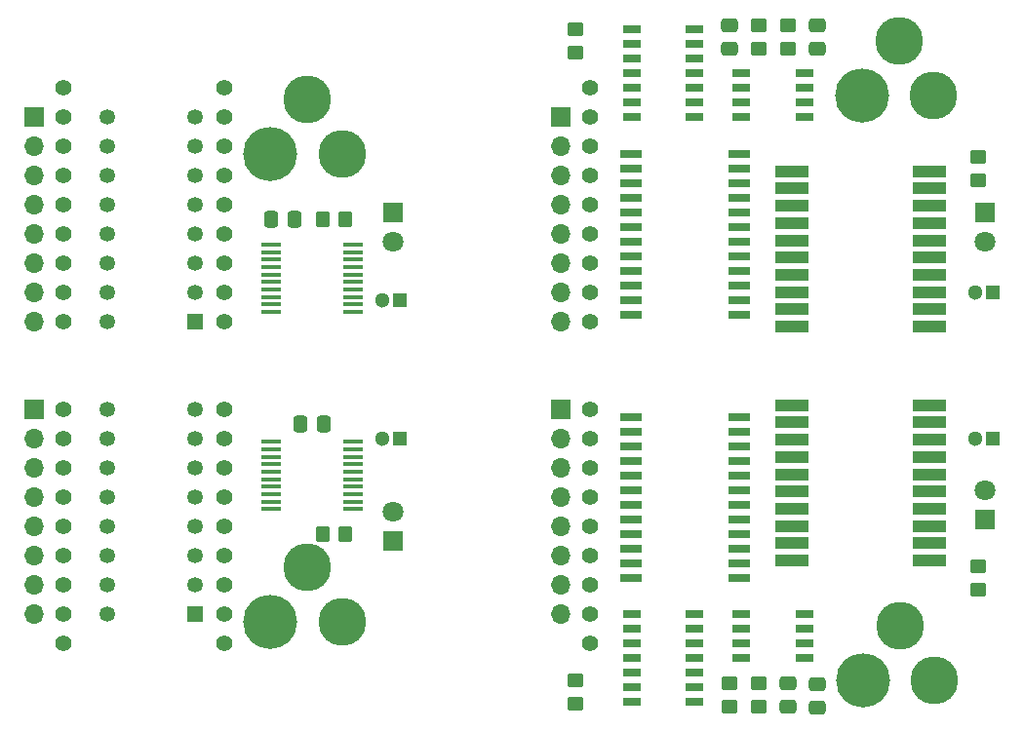
<source format=gbr>
%TF.GenerationSoftware,KiCad,Pcbnew,(6.0.5)*%
%TF.CreationDate,2022-07-10T20:25:24+02:00*%
%TF.ProjectId,Bus Tester,42757320-5465-4737-9465-722e6b696361,rev?*%
%TF.SameCoordinates,Original*%
%TF.FileFunction,Soldermask,Top*%
%TF.FilePolarity,Negative*%
%FSLAX46Y46*%
G04 Gerber Fmt 4.6, Leading zero omitted, Abs format (unit mm)*
G04 Created by KiCad (PCBNEW (6.0.5)) date 2022-07-10 20:25:24*
%MOMM*%
%LPD*%
G01*
G04 APERTURE LIST*
G04 Aperture macros list*
%AMRoundRect*
0 Rectangle with rounded corners*
0 $1 Rounding radius*
0 $2 $3 $4 $5 $6 $7 $8 $9 X,Y pos of 4 corners*
0 Add a 4 corners polygon primitive as box body*
4,1,4,$2,$3,$4,$5,$6,$7,$8,$9,$2,$3,0*
0 Add four circle primitives for the rounded corners*
1,1,$1+$1,$2,$3*
1,1,$1+$1,$4,$5*
1,1,$1+$1,$6,$7*
1,1,$1+$1,$8,$9*
0 Add four rect primitives between the rounded corners*
20,1,$1+$1,$2,$3,$4,$5,0*
20,1,$1+$1,$4,$5,$6,$7,0*
20,1,$1+$1,$6,$7,$8,$9,0*
20,1,$1+$1,$8,$9,$2,$3,0*%
G04 Aperture macros list end*
%ADD10R,1.925000X0.650000*%
%ADD11R,1.700000X1.700000*%
%ADD12O,1.700000X1.700000*%
%ADD13C,1.400000*%
%ADD14RoundRect,0.250000X0.450000X-0.350000X0.450000X0.350000X-0.450000X0.350000X-0.450000X-0.350000X0*%
%ADD15RoundRect,0.250000X-0.450000X0.350000X-0.450000X-0.350000X0.450000X-0.350000X0.450000X0.350000X0*%
%ADD16C,4.700000*%
%ADD17C,4.150000*%
%ADD18R,1.550000X0.650000*%
%ADD19R,3.000000X1.000000*%
%ADD20R,1.800000X1.800000*%
%ADD21C,1.800000*%
%ADD22RoundRect,0.250000X-0.475000X0.337500X-0.475000X-0.337500X0.475000X-0.337500X0.475000X0.337500X0*%
%ADD23R,1.300000X1.300000*%
%ADD24C,1.300000*%
%ADD25RoundRect,0.250000X0.350000X0.450000X-0.350000X0.450000X-0.350000X-0.450000X0.350000X-0.450000X0*%
%ADD26C,1.350000*%
%ADD27R,1.350000X1.350000*%
%ADD28RoundRect,0.250000X0.337500X0.475000X-0.337500X0.475000X-0.337500X-0.475000X0.337500X-0.475000X0*%
%ADD29R,1.800000X0.450000*%
%ADD30RoundRect,0.250000X0.475000X-0.337500X0.475000X0.337500X-0.475000X0.337500X-0.475000X-0.337500X0*%
G04 APERTURE END LIST*
D10*
%TO.C,IC6*%
X72123000Y-53975000D03*
X72123000Y-55245000D03*
X72123000Y-56515000D03*
X72123000Y-57785000D03*
X72123000Y-59055000D03*
X72123000Y-60325000D03*
X72123000Y-61595000D03*
X72123000Y-62865000D03*
X72123000Y-64135000D03*
X72123000Y-65405000D03*
X72123000Y-66675000D03*
X72123000Y-67945000D03*
X81547000Y-67945000D03*
X81547000Y-66675000D03*
X81547000Y-65405000D03*
X81547000Y-64135000D03*
X81547000Y-62865000D03*
X81547000Y-61595000D03*
X81547000Y-60325000D03*
X81547000Y-59055000D03*
X81547000Y-57785000D03*
X81547000Y-56515000D03*
X81547000Y-55245000D03*
X81547000Y-53975000D03*
%TD*%
%TO.C,IC5*%
X72123000Y-31115000D03*
X72123000Y-32385000D03*
X72123000Y-33655000D03*
X72123000Y-34925000D03*
X72123000Y-36195000D03*
X72123000Y-37465000D03*
X72123000Y-38735000D03*
X72123000Y-40005000D03*
X72123000Y-41275000D03*
X72123000Y-42545000D03*
X72123000Y-43815000D03*
X72123000Y-45085000D03*
X81547000Y-45085000D03*
X81547000Y-43815000D03*
X81547000Y-42545000D03*
X81547000Y-41275000D03*
X81547000Y-40005000D03*
X81547000Y-38735000D03*
X81547000Y-37465000D03*
X81547000Y-36195000D03*
X81547000Y-34925000D03*
X81547000Y-33655000D03*
X81547000Y-32385000D03*
X81547000Y-31115000D03*
%TD*%
D11*
%TO.C,J7*%
X66040000Y-53340000D03*
D12*
X66040000Y-55880000D03*
X66040000Y-58420000D03*
X66040000Y-60960000D03*
X66040000Y-63500000D03*
X66040000Y-66040000D03*
X66040000Y-68580000D03*
X66040000Y-71120000D03*
%TD*%
D13*
%TO.C,RN10*%
X68580000Y-53340000D03*
X68580000Y-55880000D03*
X68580000Y-58420000D03*
X68580000Y-60960000D03*
X68580000Y-63500000D03*
X68580000Y-66040000D03*
X68580000Y-68580000D03*
X68580000Y-71120000D03*
X68580000Y-73660000D03*
%TD*%
D14*
%TO.C,R10*%
X80645000Y-79105000D03*
X80645000Y-77105000D03*
%TD*%
D15*
%TO.C,R9*%
X83185000Y-77105000D03*
X83185000Y-79105000D03*
%TD*%
%TO.C,R8*%
X102235000Y-66945000D03*
X102235000Y-68945000D03*
%TD*%
%TO.C,R7*%
X67310000Y-76835000D03*
X67310000Y-78835000D03*
%TD*%
D16*
%TO.C,J8*%
X92278200Y-76835000D03*
D17*
X95478200Y-72135000D03*
X98478200Y-76835000D03*
%TD*%
D18*
%TO.C,IC8*%
X72205000Y-71120000D03*
X72205000Y-72390000D03*
X72205000Y-73660000D03*
X72205000Y-74930000D03*
X72205000Y-76200000D03*
X72205000Y-77470000D03*
X72205000Y-78740000D03*
X77655000Y-78740000D03*
X77655000Y-77470000D03*
X77655000Y-76200000D03*
X77655000Y-74930000D03*
X77655000Y-73660000D03*
X77655000Y-72390000D03*
X77655000Y-71120000D03*
%TD*%
%TO.C,IC7*%
X81730000Y-71120000D03*
X81730000Y-72390000D03*
X81730000Y-73660000D03*
X81730000Y-74930000D03*
X87180000Y-74930000D03*
X87180000Y-73660000D03*
X87180000Y-72390000D03*
X87180000Y-71120000D03*
%TD*%
D19*
%TO.C,DS4*%
X86075000Y-52940000D03*
X86075000Y-54440000D03*
X86075000Y-55940000D03*
X86075000Y-57440000D03*
X86075000Y-58940000D03*
X86075000Y-60440000D03*
X86075000Y-61940000D03*
X86075000Y-63440000D03*
X86075000Y-64940000D03*
X86075000Y-66440000D03*
X98075000Y-66440000D03*
X98075000Y-64940000D03*
X98075000Y-63440000D03*
X98075000Y-61940000D03*
X98075000Y-60440000D03*
X98075000Y-58940000D03*
X98075000Y-57440000D03*
X98075000Y-55940000D03*
X98075000Y-54440000D03*
X98075000Y-52940000D03*
%TD*%
D20*
%TO.C,D7*%
X102870000Y-62865000D03*
D21*
X102870000Y-60325000D03*
%TD*%
D22*
%TO.C,C10*%
X85725000Y-77067500D03*
X85725000Y-79142500D03*
%TD*%
%TO.C,C9*%
X88265000Y-77152500D03*
X88265000Y-79227500D03*
%TD*%
D23*
%TO.C,C8*%
X103505000Y-55880000D03*
D24*
X102005000Y-55880000D03*
%TD*%
D13*
%TO.C,RN2*%
X36830000Y-45720000D03*
X36830000Y-43180000D03*
X36830000Y-40640000D03*
X36830000Y-38100000D03*
X36830000Y-35560000D03*
X36830000Y-33020000D03*
X36830000Y-30480000D03*
X36830000Y-27940000D03*
X36830000Y-25400000D03*
%TD*%
%TO.C,RN4*%
X36830000Y-53340000D03*
X36830000Y-55880000D03*
X36830000Y-58420000D03*
X36830000Y-60960000D03*
X36830000Y-63500000D03*
X36830000Y-66040000D03*
X36830000Y-68580000D03*
X36830000Y-71120000D03*
X36830000Y-73660000D03*
%TD*%
%TO.C,RN3*%
X22860000Y-53340000D03*
X22860000Y-55880000D03*
X22860000Y-58420000D03*
X22860000Y-60960000D03*
X22860000Y-63500000D03*
X22860000Y-66040000D03*
X22860000Y-68580000D03*
X22860000Y-71120000D03*
X22860000Y-73660000D03*
%TD*%
%TO.C,RN7*%
X68580000Y-25400000D03*
X68580000Y-27940000D03*
X68580000Y-30480000D03*
X68580000Y-33020000D03*
X68580000Y-35560000D03*
X68580000Y-38100000D03*
X68580000Y-40640000D03*
X68580000Y-43180000D03*
X68580000Y-45720000D03*
%TD*%
%TO.C,RN1*%
X22860000Y-45720000D03*
X22860000Y-43180000D03*
X22860000Y-40640000D03*
X22860000Y-38100000D03*
X22860000Y-35560000D03*
X22860000Y-33020000D03*
X22860000Y-30480000D03*
X22860000Y-27940000D03*
X22860000Y-25400000D03*
%TD*%
D20*
%TO.C,D5*%
X102870000Y-36190000D03*
D21*
X102870000Y-38730000D03*
%TD*%
D14*
%TO.C,R4*%
X85725000Y-21955000D03*
X85725000Y-19955000D03*
%TD*%
D15*
%TO.C,R3*%
X83185000Y-19955000D03*
X83185000Y-21955000D03*
%TD*%
D21*
%TO.C,D1*%
X51435000Y-38735000D03*
D20*
X51435000Y-36195000D03*
%TD*%
D25*
%TO.C,R2*%
X47355000Y-64135000D03*
X45355000Y-64135000D03*
%TD*%
D17*
%TO.C,J2*%
X47043200Y-31115000D03*
X44043200Y-26415000D03*
D16*
X40843200Y-31115000D03*
%TD*%
D26*
%TO.C,DS1*%
X26668000Y-45720000D03*
X26668000Y-43180000D03*
X26668000Y-40640000D03*
X26668000Y-38100000D03*
X26668000Y-35560000D03*
X26668000Y-33020000D03*
X26668000Y-30480000D03*
X26668000Y-27940000D03*
X34288000Y-27940000D03*
X34288000Y-30480000D03*
X34288000Y-33020000D03*
X34288000Y-35560000D03*
X34288000Y-38100000D03*
X34288000Y-40640000D03*
X34288000Y-43180000D03*
D27*
X34288000Y-45720000D03*
%TD*%
D28*
%TO.C,C1*%
X40872500Y-36830000D03*
X42947500Y-36830000D03*
%TD*%
D20*
%TO.C,D3*%
X51435000Y-64770000D03*
D21*
X51435000Y-62230000D03*
%TD*%
D29*
%TO.C,IC1*%
X48000000Y-38985000D03*
X48000000Y-39635000D03*
X48000000Y-40285000D03*
X48000000Y-40935000D03*
X48000000Y-41585000D03*
X48000000Y-42235000D03*
X48000000Y-42885000D03*
X48000000Y-43535000D03*
X48000000Y-44185000D03*
X48000000Y-44835000D03*
X40900000Y-44835000D03*
X40900000Y-44185000D03*
X40900000Y-43535000D03*
X40900000Y-42885000D03*
X40900000Y-42235000D03*
X40900000Y-41585000D03*
X40900000Y-40935000D03*
X40900000Y-40285000D03*
X40900000Y-39635000D03*
X40900000Y-38985000D03*
%TD*%
D16*
%TO.C,J5*%
X92186000Y-26035000D03*
D17*
X95386000Y-21335000D03*
X98386000Y-26035000D03*
%TD*%
D27*
%TO.C,DS2*%
X34290000Y-71120000D03*
D26*
X34290000Y-68580000D03*
X34290000Y-66040000D03*
X34290000Y-63500000D03*
X34290000Y-60960000D03*
X34290000Y-58420000D03*
X34290000Y-55880000D03*
X34290000Y-53340000D03*
X26670000Y-53340000D03*
X26670000Y-55880000D03*
X26670000Y-58420000D03*
X26670000Y-60960000D03*
X26670000Y-63500000D03*
X26670000Y-66040000D03*
X26670000Y-68580000D03*
X26670000Y-71120000D03*
%TD*%
D30*
%TO.C,C6*%
X88265000Y-21992500D03*
X88265000Y-19917500D03*
%TD*%
D18*
%TO.C,IC4*%
X72205000Y-20320000D03*
X72205000Y-21590000D03*
X72205000Y-22860000D03*
X72205000Y-24130000D03*
X72205000Y-25400000D03*
X72205000Y-26670000D03*
X72205000Y-27940000D03*
X77655000Y-27940000D03*
X77655000Y-26670000D03*
X77655000Y-25400000D03*
X77655000Y-24130000D03*
X77655000Y-22860000D03*
X77655000Y-21590000D03*
X77655000Y-20320000D03*
%TD*%
D19*
%TO.C,DS3*%
X86075000Y-32620000D03*
X86075000Y-34120000D03*
X86075000Y-35620000D03*
X86075000Y-37120000D03*
X86075000Y-38620000D03*
X86075000Y-40120000D03*
X86075000Y-41620000D03*
X86075000Y-43120000D03*
X86075000Y-44620000D03*
X86075000Y-46120000D03*
X98075000Y-46120000D03*
X98075000Y-44620000D03*
X98075000Y-43120000D03*
X98075000Y-41620000D03*
X98075000Y-40120000D03*
X98075000Y-38620000D03*
X98075000Y-37120000D03*
X98075000Y-35620000D03*
X98075000Y-34120000D03*
X98075000Y-32620000D03*
%TD*%
D30*
%TO.C,C5*%
X80645000Y-21992500D03*
X80645000Y-19917500D03*
%TD*%
D16*
%TO.C,J4*%
X40843200Y-71755000D03*
D17*
X44043200Y-67055000D03*
X47043200Y-71755000D03*
%TD*%
D25*
%TO.C,R1*%
X45355000Y-36830000D03*
X47355000Y-36830000D03*
%TD*%
D29*
%TO.C,IC2*%
X40900000Y-56130000D03*
X40900000Y-56780000D03*
X40900000Y-57430000D03*
X40900000Y-58080000D03*
X40900000Y-58730000D03*
X40900000Y-59380000D03*
X40900000Y-60030000D03*
X40900000Y-60680000D03*
X40900000Y-61330000D03*
X40900000Y-61980000D03*
X48000000Y-61980000D03*
X48000000Y-61330000D03*
X48000000Y-60680000D03*
X48000000Y-60030000D03*
X48000000Y-59380000D03*
X48000000Y-58730000D03*
X48000000Y-58080000D03*
X48000000Y-57430000D03*
X48000000Y-56780000D03*
X48000000Y-56130000D03*
%TD*%
D14*
%TO.C,R5*%
X102235000Y-33385000D03*
X102235000Y-31385000D03*
%TD*%
D18*
%TO.C,IC3*%
X81730000Y-24130000D03*
X81730000Y-25400000D03*
X81730000Y-26670000D03*
X81730000Y-27940000D03*
X87180000Y-27940000D03*
X87180000Y-26670000D03*
X87180000Y-25400000D03*
X87180000Y-24130000D03*
%TD*%
D28*
%TO.C,C3*%
X45487500Y-54610000D03*
X43412500Y-54610000D03*
%TD*%
D14*
%TO.C,R6*%
X67310000Y-22320000D03*
X67310000Y-20320000D03*
%TD*%
D12*
%TO.C,J1*%
X20320000Y-45720000D03*
X20320000Y-43180000D03*
X20320000Y-40640000D03*
X20320000Y-38100000D03*
X20320000Y-35560000D03*
X20320000Y-33020000D03*
X20320000Y-30480000D03*
D11*
X20320000Y-27940000D03*
%TD*%
D23*
%TO.C,C2*%
X52070000Y-43815000D03*
D24*
X50570000Y-43815000D03*
%TD*%
D23*
%TO.C,C4*%
X52070000Y-55880000D03*
D24*
X50570000Y-55880000D03*
%TD*%
D23*
%TO.C,C7*%
X103505000Y-43180000D03*
D24*
X102005000Y-43180000D03*
%TD*%
D11*
%TO.C,J6*%
X66040000Y-27940000D03*
D12*
X66040000Y-30480000D03*
X66040000Y-33020000D03*
X66040000Y-35560000D03*
X66040000Y-38100000D03*
X66040000Y-40640000D03*
X66040000Y-43180000D03*
X66040000Y-45720000D03*
%TD*%
D11*
%TO.C,J3*%
X20320000Y-53340000D03*
D12*
X20320000Y-55880000D03*
X20320000Y-58420000D03*
X20320000Y-60960000D03*
X20320000Y-63500000D03*
X20320000Y-66040000D03*
X20320000Y-68580000D03*
X20320000Y-71120000D03*
%TD*%
M02*

</source>
